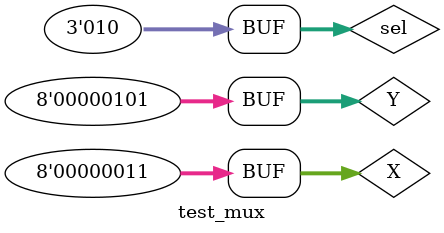
<source format=v>
`timescale 1ns / 1ps


module test_mux;

	// Inputs
	reg [7:0] X;
	reg [7:0] Y;
	reg [2:0] sel;

	// Outputs
	wire [7:0] out;

	// Instantiate the Unit Under Test (UUT)
	mux2 uut (
		.X(X), 
		.Y(Y), 
		.sel(sel), 
		.out(out)
	);

	initial begin
		// Initialize Inputs
		X = 1;
		Y = 0;
		sel = 0;

		// Wait 100 ns for global reset to finish
		#100;
        
		// Add stimulus here
		sel=1;
		X=3;
		Y=5;
		
		#5
		sel=2;
		X=3;
		Y=5;

	end
      
endmodule



</source>
